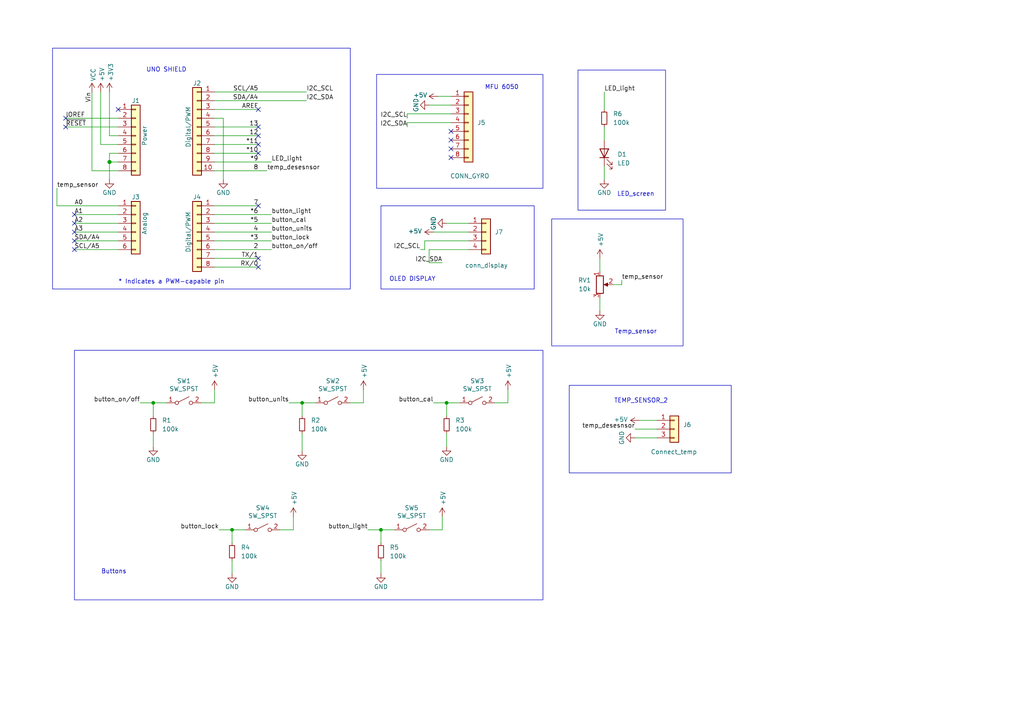
<source format=kicad_sch>
(kicad_sch (version 20231120) (generator "eeschema") (generator_version "8.0")
  (paper "A4")
  (title_block (title "UNO_SHield_THERMOPRO") (date "2025-01-27") (rev "1.0") (company "Daniel Quiroa"))
  (lib_symbols
    (symbol "Connector_Generic:Conn_01x03" (pin_names (offset 1.016) hide)
      (property "Reference" "J" (at 0 5.08 0))
      (property "Value" "Conn_01x03" (at 0 -5.08 0))
      (symbol "Conn_01x03_1_1"
        (rectangle (start -1.27 -2.413) (end 0 -2.667) (stroke (width 0.1524)))
        (rectangle (start -1.27 0.127) (end 0 -0.127) (stroke (width 0.1524)))
        (rectangle (start -1.27 2.667) (end 0 2.413) (stroke (width 0.1524)))
        (rectangle (start -1.27 3.81) (end 1.27 -3.81) (stroke (width 0.254)) (fill (type background)))
        (pin passive line (at -5.08 2.54 0) (length 3.81) (name "Pin_1") (number "1"))
        (pin passive line (at -5.08 0 0) (length 3.81) (name "Pin_2") (number "2"))
        (pin passive line (at -5.08 -2.54 0) (length 3.81) (name "Pin_3") (number "3"))
      )
    )
    (symbol "Connector_Generic:Conn_01x04" (pin_names (offset 1.016) hide)
      (property "Reference" "J" (at 0 5.08 0))
      (property "Value" "Conn_01x04" (at 0 -7.62 0))
      (symbol "Conn_01x04_1_1"
        (rectangle (start -1.27 -4.953) (end 0 -5.207) (stroke (width 0.1524)))
        (rectangle (start -1.27 -2.413) (end 0 -2.667) (stroke (width 0.1524)))
        (rectangle (start -1.27 0.127) (end 0 -0.127) (stroke (width 0.1524)))
        (rectangle (start -1.27 2.667) (end 0 2.413) (stroke (width 0.1524)))
        (rectangle (start -1.27 3.81) (end 1.27 -6.35) (stroke (width 0.254)) (fill (type background)))
        (pin passive line (at -5.08 2.54 0) (length 3.81) (name "Pin_1") (number "1"))
        (pin passive line (at -5.08 0 0) (length 3.81) (name "Pin_2") (number "2"))
        (pin passive line (at -5.08 -2.54 0) (length 3.81) (name "Pin_3") (number "3"))
        (pin passive line (at -5.08 -5.08 0) (length 3.81) (name "Pin_4") (number "4"))
      )
    )
    (symbol "Connector_Generic:Conn_01x06" (pin_names (offset 1.016) hide)
      (property "Reference" "J" (at 0 7.62 0))
      (property "Value" "Conn_01x06" (at 0 -10.16 0))
      (symbol "Conn_01x06_1_1"
        (rectangle (start -1.27 -7.493) (end 0 -7.747) (stroke (width 0.1524)))
        (rectangle (start -1.27 -4.953) (end 0 -5.207) (stroke (width 0.1524)))
        (rectangle (start -1.27 -2.413) (end 0 -2.667) (stroke (width 0.1524)))
        (rectangle (start -1.27 0.127) (end 0 -0.127) (stroke (width 0.1524)))
        (rectangle (start -1.27 2.667) (end 0 2.413) (stroke (width 0.1524)))
        (rectangle (start -1.27 5.207) (end 0 4.953) (stroke (width 0.1524)))
        (rectangle (start -1.27 6.35) (end 1.27 -8.89) (stroke (width 0.254)) (fill (type background)))
        (pin passive line (at -5.08 5.08 0) (length 3.81) (name "Pin_1") (number "1"))
        (pin passive line (at -5.08 2.54 0) (length 3.81) (name "Pin_2") (number "2"))
        (pin passive line (at -5.08 0 0) (length 3.81) (name "Pin_3") (number "3"))
        (pin passive line (at -5.08 -2.54 0) (length 3.81) (name "Pin_4") (number "4"))
        (pin passive line (at -5.08 -5.08 0) (length 3.81) (name "Pin_5") (number "5"))
        (pin passive line (at -5.08 -7.62 0) (length 3.81) (name "Pin_6") (number "6"))
      )
    )
    (symbol "Connector_Generic:Conn_01x08" (pin_names (offset 1.016) hide)
      (property "Reference" "J" (at 0 10.16 0))
      (property "Value" "Conn_01x08" (at 0 -12.7 0))
      (symbol "Conn_01x08_1_1"
        (rectangle (start -1.27 -10.033) (end 0 -10.287) (stroke (width 0.1524)))
        (rectangle (start -1.27 -7.493) (end 0 -7.747) (stroke (width 0.1524)))
        (rectangle (start -1.27 -4.953) (end 0 -5.207) (stroke (width 0.1524)))
        (rectangle (start -1.27 -2.413) (end 0 -2.667) (stroke (width 0.1524)))
        (rectangle (start -1.27 0.127) (end 0 -0.127) (stroke (width 0.1524)))
        (rectangle (start -1.27 2.667) (end 0 2.413) (stroke (width 0.1524)))
        (rectangle (start -1.27 5.207) (end 0 4.953) (stroke (width 0.1524)))
        (rectangle (start -1.27 7.747) (end 0 7.493) (stroke (width 0.1524)))
        (rectangle (start -1.27 8.89) (end 1.27 -11.43) (stroke (width 0.254)) (fill (type background)))
        (pin passive line (at -5.08 7.62 0) (length 3.81) (name "Pin_1") (number "1"))
        (pin passive line (at -5.08 5.08 0) (length 3.81) (name "Pin_2") (number "2"))
        (pin passive line (at -5.08 2.54 0) (length 3.81) (name "Pin_3") (number "3"))
        (pin passive line (at -5.08 0 0) (length 3.81) (name "Pin_4") (number "4"))
        (pin passive line (at -5.08 -2.54 0) (length 3.81) (name "Pin_5") (number "5"))
        (pin passive line (at -5.08 -5.08 0) (length 3.81) (name "Pin_6") (number "6"))
        (pin passive line (at -5.08 -7.62 0) (length 3.81) (name "Pin_7") (number "7"))
        (pin passive line (at -5.08 -10.16 0) (length 3.81) (name "Pin_8") (number "8"))
      )
    )
    (symbol "Connector_Generic:Conn_01x10" (pin_names (offset 1.016) hide)
      (property "Reference" "J" (at 0 12.7 0))
      (property "Value" "Conn_01x10" (at 0 -15.24 0))
      (symbol "Conn_01x10_1_1"
        (rectangle (start -1.27 -12.573) (end 0 -12.827) (stroke (width 0.1524)))
        (rectangle (start -1.27 -10.033) (end 0 -10.287) (stroke (width 0.1524)))
        (rectangle (start -1.27 -7.493) (end 0 -7.747) (stroke (width 0.1524)))
        (rectangle (start -1.27 -4.953) (end 0 -5.207) (stroke (width 0.1524)))
        (rectangle (start -1.27 -2.413) (end 0 -2.667) (stroke (width 0.1524)))
        (rectangle (start -1.27 0.127) (end 0 -0.127) (stroke (width 0.1524)))
        (rectangle (start -1.27 2.667) (end 0 2.413) (stroke (width 0.1524)))
        (rectangle (start -1.27 5.207) (end 0 4.953) (stroke (width 0.1524)))
        (rectangle (start -1.27 7.747) (end 0 7.493) (stroke (width 0.1524)))
        (rectangle (start -1.27 10.287) (end 0 10.033) (stroke (width 0.1524)))
        (rectangle (start -1.27 11.43) (end 1.27 -13.97) (stroke (width 0.254)) (fill (type background)))
        (pin passive line (at -5.08 10.16 0) (length 3.81) (name "Pin_1") (number "1"))
        (pin passive line (at -5.08 -12.7 0) (length 3.81) (name "Pin_10") (number "10"))
        (pin passive line (at -5.08 7.62 0) (length 3.81) (name "Pin_2") (number "2"))
        (pin passive line (at -5.08 5.08 0) (length 3.81) (name "Pin_3") (number "3"))
        (pin passive line (at -5.08 2.54 0) (length 3.81) (name "Pin_4") (number "4"))
        (pin passive line (at -5.08 0 0) (length 3.81) (name "Pin_5") (number "5"))
        (pin passive line (at -5.08 -2.54 0) (length 3.81) (name "Pin_6") (number "6"))
        (pin passive line (at -5.08 -5.08 0) (length 3.81) (name "Pin_7") (number "7"))
        (pin passive line (at -5.08 -7.62 0) (length 3.81) (name "Pin_8") (number "8"))
        (pin passive line (at -5.08 -10.16 0) (length 3.81) (name "Pin_9") (number "9"))
      )
    )
    (symbol "Device:LED" (pin_numbers hide) (pin_names (offset 1.016) hide)
      (property "Reference" "D" (at 0 2.54 0))
      (property "Value" "LED" (at 0 -2.54 0))
      (symbol "LED_0_1"
        (polyline (pts (xy -1.27 -1.27) (xy -1.27 1.27)) (stroke (width 0.254)))
        (polyline (pts (xy -1.27 0) (xy 1.27 0)))
        (polyline (pts (xy 1.27 -1.27) (xy 1.27 1.27) (xy -1.27 0) (xy 1.27 -1.27)) (stroke (width 0.254)))
        (polyline (pts (xy -3.048 -0.762) (xy -4.572 -2.286) (xy -3.81 -2.286) (xy -4.572 -2.286) (xy -4.572 -1.524)))
        (polyline (pts (xy -1.778 -0.762) (xy -3.302 -2.286) (xy -2.54 -2.286) (xy -3.302 -2.286) (xy -3.302 -1.524)))
      )
      (symbol "LED_1_1"
        (pin passive line (at -3.81 0 0) (length 2.54) (name "K") (number "1"))
        (pin passive line (at 3.81 0 180) (length 2.54) (name "A") (number "2"))
      )
    )
    (symbol "Device:R_Potentiometer" (pin_names (offset 1.016) hide)
      (property "Reference" "RV" (at -4.445 0 90))
      (property "Value" "R_Potentiometer" (at -2.54 0 90))
      (symbol "R_Potentiometer_0_1"
        (polyline (pts (xy 2.54 0) (xy 1.524 0)))
        (polyline (pts (xy 1.143 0) (xy 2.286 0.508) (xy 2.286 -0.508) (xy 1.143 0)) (fill (type outline)))
        (rectangle (start 1.016 2.54) (end -1.016 -2.54) (stroke (width 0.254)))
      )
      (symbol "R_Potentiometer_1_1"
        (pin passive line (at 0 3.81 270) (length 1.27) (name "1") (number "1"))
        (pin passive line (at 3.81 0 180) (length 1.27) (name "2") (number "2"))
        (pin passive line (at 0 -3.81 90) (length 1.27) (name "3") (number "3"))
      )
    )
    (symbol "Device:R_Small" (pin_numbers hide) (pin_names (offset 0.254) hide)
      (property "Reference" "R" (at 0.762 0.508 0))
      (property "Value" "R_Small" (at 0.762 -1.016 0))
      (symbol "R_Small_0_1"
        (rectangle (start -0.762 1.778) (end 0.762 -1.778) (stroke (width 0.2032)))
      )
      (symbol "R_Small_1_1"
        (pin passive line (at 0 2.54 270) (length 0.762) (name "~") (number "1"))
        (pin passive line (at 0 -2.54 90) (length 0.762) (name "~") (number "2"))
      )
    )
    (symbol "Switch:SW_SPST" (pin_names (offset 0) hide)
      (property "Reference" "SW" (at 0 3.175 0))
      (property "Value" "SW_SPST" (at 0 -2.54 0))
      (symbol "SW_SPST_0_0"
        (circle (center -2.032 0) (radius 0.508))
        (polyline (pts (xy -1.524 0.254) (xy 1.524 1.778)))
        (circle (center 2.032 0) (radius 0.508))
      )
      (symbol "SW_SPST_1_1"
        (pin passive line (at -5.08 0 0) (length 2.54) (name "A") (number "1"))
        (pin passive line (at 5.08 0 180) (length 2.54) (name "B") (number "2"))
      )
    )
    (symbol "power:+3V3" (power) (pin_names (offset 0))
      (property "Value" "+3V3" (at 0 3.556 0))
      (symbol "+3V3_0_1"
        (polyline (pts (xy -0.762 1.27) (xy 0 2.54)))
        (polyline (pts (xy 0 0) (xy 0 2.54)))
        (polyline (pts (xy 0 2.54) (xy 0.762 1.27)))
      )
      (symbol "+3V3_1_1"
        (pin power_in line (at 0 0 90) (length 0) hide (name "+3V3") (number "1"))
      )
    )
    (symbol "power:+5V" (power) (pin_names (offset 0))
      (property "Value" "+5V" (at 0 3.556 0))
      (symbol "+5V_0_1"
        (polyline (pts (xy -0.762 1.27) (xy 0 2.54)))
        (polyline (pts (xy 0 0) (xy 0 2.54)))
        (polyline (pts (xy 0 2.54) (xy 0.762 1.27)))
      )
      (symbol "+5V_1_1"
        (pin power_in line (at 0 0 90) (length 0) hide (name "+5V") (number "1"))
      )
    )
    (symbol "power:GND" (power) (pin_names (offset 0))
      (property "Value" "GND" (at 0 -3.81 0))
      (symbol "GND_0_1"
        (polyline (pts (xy 0 0) (xy 0 -1.27) (xy 1.27 -1.27) (xy 0 -2.54) (xy -1.27 -1.27) (xy 0 -1.27)))
      )
      (symbol "GND_1_1"
        (pin power_in line (at 0 0 270) (length 0) hide (name "GND") (number "1"))
      )
    )
    (symbol "power:VCC" (power) (pin_names (offset 0))
      (property "Value" "VCC" (at 0 3.81 0))
      (symbol "VCC_0_1"
        (polyline (pts (xy -0.762 1.27) (xy 0 2.54)))
        (polyline (pts (xy 0 0) (xy 0 2.54)))
        (polyline (pts (xy 0 2.54) (xy 0.762 1.27)))
      )
      (symbol "VCC_1_1"
        (pin power_in line (at 0 0 90) (length 0) hide (name "VCC") (number "1"))
      )
    )
  )
  (junction (at 110.49 153.67))
  (junction (at 31.75 46.99) (diameter 1.016))
  (junction (at 44.45 116.84))
  (junction (at 87.63 116.84))
  (junction (at 129.54 116.84))
  (junction (at 67.31 153.67))
  (no_connect (at 74.93 36.83))
  (no_connect (at 21.59 72.39))
  (no_connect (at 74.93 77.47))
  (no_connect (at 21.59 67.31))
  (no_connect (at 74.93 39.37))
  (no_connect (at 21.59 62.23))
  (no_connect (at 130.81 40.64))
  (no_connect (at 21.59 64.77))
  (no_connect (at 130.81 38.1))
  (no_connect (at 19.05 34.29))
  (no_connect (at 130.81 45.72))
  (no_connect (at 74.93 59.69))
  (no_connect (at 74.93 31.75))
  (no_connect (at 74.93 74.93))
  (no_connect (at 130.81 43.18))
  (no_connect (at 19.05 36.83))
  (no_connect (at 74.93 41.91))
  (no_connect (at 34.29 31.75))
  (no_connect (at 21.59 69.85))
  (no_connect (at 74.93 44.45))
  (wire (pts (xy 62.23 77.47) (xy 74.93 77.47)))
  (wire (pts (xy 133.35 116.84) (xy 129.54 116.84)))
  (wire (pts (xy 62.23 44.45) (xy 74.93 44.45)))
  (wire (pts (xy 184.15 124.46) (xy 190.5 124.46)))
  (wire (pts (xy 129.54 116.84) (xy 129.54 120.65)))
  (wire (pts (xy 62.23 26.67) (xy 88.9 26.67)))
  (wire (pts (xy 123.19 69.85) (xy 135.89 69.85)))
  (wire (pts (xy 175.26 26.67) (xy 175.26 31.75)))
  (wire (pts (xy 118.11 35.56) (xy 118.11 36.83)))
  (wire (pts (xy 31.75 44.45) (xy 31.75 46.99)))
  (wire (pts (xy 81.28 153.67) (xy 85.09 153.67)))
  (wire (pts (xy 21.59 72.39) (xy 34.29 72.39)))
  (wire (pts (xy 180.34 82.55) (xy 177.8 82.55)))
  (wire (pts (xy 31.75 46.99) (xy 31.75 52.07)))
  (wire (pts (xy 40.64 116.84) (xy 44.45 116.84)))
  (wire (pts (xy 31.75 39.37) (xy 34.29 39.37)))
  (wire (pts (xy 29.21 41.91) (xy 34.29 41.91)))
  (wire (pts (xy 29.21 26.67) (xy 29.21 41.91)))
  (wire (pts (xy 124.46 30.48) (xy 130.81 30.48)))
  (wire (pts (xy 184.15 127) (xy 190.5 127)))
  (wire (pts (xy 62.23 36.83) (xy 74.93 36.83)))
  (wire (pts (xy 31.75 26.67) (xy 31.75 39.37)))
  (wire (pts (xy 62.23 59.69) (xy 74.93 59.69)))
  (wire (pts (xy 16.51 59.69) (xy 34.29 59.69)))
  (wire (pts (xy 62.23 39.37) (xy 74.93 39.37)))
  (wire (pts (xy 71.12 153.67) (xy 67.31 153.67)))
  (wire (pts (xy 44.45 116.84) (xy 44.45 120.65)))
  (wire (pts (xy 62.23 49.53) (xy 77.47 49.53)))
  (wire (pts (xy 62.23 62.23) (xy 78.74 62.23)))
  (wire (pts (xy 85.09 153.67) (xy 85.09 149.86)))
  (wire (pts (xy 130.81 35.56) (xy 118.11 35.56)))
  (wire (pts (xy 185.42 121.92) (xy 190.5 121.92)))
  (wire (pts (xy 106.68 153.67) (xy 110.49 153.67)))
  (wire (pts (xy 173.99 74.93) (xy 173.99 78.74)))
  (wire (pts (xy 62.23 46.99) (xy 78.74 46.99)))
  (wire (pts (xy 58.42 116.84) (xy 62.23 116.84)))
  (wire (pts (xy 143.51 116.84) (xy 147.32 116.84)))
  (wire (pts (xy 62.23 67.31) (xy 78.74 67.31)))
  (wire (pts (xy 118.11 33.02) (xy 118.11 34.29)))
  (wire (pts (xy 19.05 34.29) (xy 34.29 34.29)))
  (wire (pts (xy 123.19 72.39) (xy 123.19 69.85)))
  (wire (pts (xy 180.34 81.28) (xy 180.34 82.55)))
  (wire (pts (xy 83.82 116.84) (xy 87.63 116.84)))
  (wire (pts (xy 48.26 116.84) (xy 44.45 116.84)))
  (wire (pts (xy 91.44 116.84) (xy 87.63 116.84)))
  (wire (pts (xy 128.27 76.2) (xy 124.46 76.2)))
  (wire (pts (xy 64.77 34.29) (xy 64.77 52.07)))
  (wire (pts (xy 125.73 116.84) (xy 129.54 116.84)))
  (wire (pts (xy 62.23 31.75) (xy 74.93 31.75)))
  (wire (pts (xy 44.45 125.73) (xy 44.45 129.54)))
  (wire (pts (xy 129.54 125.73) (xy 129.54 129.54)))
  (wire (pts (xy 175.26 48.26) (xy 175.26 52.07)))
  (wire (pts (xy 34.29 64.77) (xy 21.59 64.77)))
  (wire (pts (xy 19.05 36.83) (xy 34.29 36.83)))
  (wire (pts (xy 125.73 67.31) (xy 135.89 67.31)))
  (wire (pts (xy 147.32 116.84) (xy 147.32 113.03)))
  (wire (pts (xy 34.29 46.99) (xy 31.75 46.99)))
  (wire (pts (xy 67.31 162.56) (xy 67.31 166.37)))
  (wire (pts (xy 63.5 153.67) (xy 67.31 153.67)))
  (wire (pts (xy 110.49 162.56) (xy 110.49 166.37)))
  (wire (pts (xy 124.46 72.39) (xy 135.89 72.39)))
  (wire (pts (xy 87.63 116.84) (xy 87.63 120.65)))
  (wire (pts (xy 34.29 49.53) (xy 26.67 49.53)))
  (wire (pts (xy 21.59 62.23) (xy 34.29 62.23)))
  (wire (pts (xy 124.46 76.2) (xy 124.46 72.39)))
  (wire (pts (xy 124.46 153.67) (xy 128.27 153.67)))
  (wire (pts (xy 62.23 34.29) (xy 64.77 34.29)))
  (wire (pts (xy 173.99 86.36) (xy 173.99 90.17)))
  (wire (pts (xy 127 27.94) (xy 130.81 27.94)))
  (wire (pts (xy 34.29 44.45) (xy 31.75 44.45)))
  (wire (pts (xy 101.6 116.84) (xy 105.41 116.84)))
  (wire (pts (xy 62.23 41.91) (xy 74.93 41.91)))
  (wire (pts (xy 67.31 153.67) (xy 67.31 157.48)))
  (wire (pts (xy 130.81 33.02) (xy 118.11 33.02)))
  (wire (pts (xy 62.23 64.77) (xy 78.74 64.77)))
  (wire (pts (xy 21.59 67.31) (xy 34.29 67.31)))
  (wire (pts (xy 16.51 54.61) (xy 16.51 59.69)))
  (wire (pts (xy 129.54 64.77) (xy 135.89 64.77)))
  (wire (pts (xy 110.49 153.67) (xy 110.49 157.48)))
  (wire (pts (xy 175.26 36.83) (xy 175.26 40.64)))
  (wire (pts (xy 62.23 116.84) (xy 62.23 113.03)))
  (wire (pts (xy 114.3 153.67) (xy 110.49 153.67)))
  (wire (pts (xy 62.23 29.21) (xy 88.9 29.21)))
  (wire (pts (xy 128.27 153.67) (xy 128.27 149.86)))
  (wire (pts (xy 62.23 72.39) (xy 78.74 72.39)))
  (wire (pts (xy 62.23 69.85) (xy 78.74 69.85)))
  (wire (pts (xy 121.92 72.39) (xy 123.19 72.39)))
  (wire (pts (xy 87.63 125.73) (xy 87.63 130.81)))
  (wire (pts (xy 62.23 74.93) (xy 74.93 74.93)))
  (wire (pts (xy 26.67 49.53) (xy 26.67 26.67)))
  (wire (pts (xy 105.41 116.84) (xy 105.41 113.03)))
  (wire (pts (xy 34.29 69.85) (xy 21.59 69.85)))
  (rectangle (start 15.24 13.97) (end 101.6 83.82))
  (rectangle (start 167.64 20.32) (end 193.04 60.96))
  (rectangle (start 110.49 59.69) (end 154.94 83.82))
  (rectangle (start 109.22 21.59) (end 157.48 54.61))
  (rectangle (start 165.1 111.76) (end 212.09 137.16))
  (rectangle (start 160.02 63.5) (end 198.12 100.33))
  (rectangle (start 21.59 101.6) (end 157.48 173.99))
  (text "LED_screen" (at 184.404 56.388 0) (effects (font (size 1.27 1.27))))
  (text "UNO SHIELD" (at 48.26 20.32 0) (effects (font (size 1.27 1.27))))
  (text "OLED DISPLAY" (at 119.634 81.026 0) (effects (font (size 1.27 1.27))))
  (text "Temp_sensor" (at 184.404 96.266 0) (effects (font (size 1.27 1.27))))
  (text "TEMP_SENSOR_2" (at 185.928 116.332 0) (effects (font (size 1.27 1.27))))
  (text "* Indicates a PWM-capable pin" (at 34.29 82.55 0) (effects (font (size 1.27 1.27)) (justify left bottom)))
  (text "MFU 6050" (at 145.542 25.4 0) (effects (font (size 1.27 1.27))))
  (text "Buttons" (at 33.02 165.862 0) (effects (font (size 1.27 1.27))))
  (label "RX{slash}0" (at 74.93 77.47 180))
  (label "A2" (at 21.59 64.77 0))
  (label "4" (at 74.93 67.31 180))
  (label "button_lock" (at 78.74 69.85 0))
  (label "temp_desesnsor" (at 184.15 124.46 180))
  (label "temp_sensor" (at 180.34 81.28 0))
  (label "LED_light" (at 175.26 26.67 0))
  (label "2" (at 74.93 72.39 180))
  (label "A3" (at 21.59 67.31 0))
  (label "13" (at 74.93 36.83 180))
  (label "button_cal" (at 78.74 64.77 0))
  (label "12" (at 74.93 39.37 180))
  (label "button_light" (at 106.68 153.67 180))
  (label "~{RESET}" (at 19.05 36.83 0))
  (label "I2C_SDA" (at 128.27 76.2 180))
  (label "*10" (at 74.93 44.45 180))
  (label "button_on{slash}off" (at 78.74 72.39 0))
  (label "I2C_SCL" (at 121.92 72.39 180))
  (label "button_units" (at 78.74 67.31 0))
  (label "LED_light" (at 78.74 46.99 0))
  (label "7" (at 74.93 59.69 180))
  (label "SDA{slash}A4" (at 74.93 29.21 180))
  (label "8" (at 74.93 49.53 180))
  (label "button_cal" (at 125.73 116.84 180))
  (label "I2C_SCL" (at 88.9 26.67 0))
  (label "*11" (at 74.93 41.91 180))
  (label "*3" (at 74.93 69.85 180))
  (label "I2C_SCL" (at 118.11 34.29 180))
  (label "temp_sensor" (at 16.51 54.61 0))
  (label "A1" (at 21.59 62.23 0))
  (label "TX{slash}1" (at 74.93 74.93 180))
  (label "button_lock" (at 63.5 153.67 180))
  (label "A0" (at 21.59 59.69 0))
  (label "AREF" (at 74.93 31.75 180))
  (label "Vin" (at 26.67 26.67 270))
  (label "button_light" (at 78.74 62.23 0))
  (label "*6" (at 74.93 62.23 180))
  (label "SCL{slash}A5" (at 74.93 26.67 180))
  (label "*9" (at 74.93 46.99 180))
  (label "button_units" (at 83.82 116.84 180))
  (label "*5" (at 74.93 64.77 180))
  (label "IOREF" (at 19.05 34.29 0))
  (label "button_on{slash}off" (at 40.64 116.84 180))
  (label "temp_desesnsor" (at 77.47 49.53 0))
  (label "SDA{slash}A4" (at 21.59 69.85 0))
  (label "I2C_SDA" (at 88.9 29.21 0))
  (label "SCL{slash}A5" (at 21.59 72.39 0))
  (label "I2C_SDA" (at 118.11 36.83 180))
  (symbol (lib_id "Connector_Generic:Conn_01x08") (at 39.37 39.37 0) (unit 1)
    (property "Reference" "J1" (at 39.37 29.21 0))
    (property "Value" "Power" (at 41.91 39.37 90))
    (property "Footprint" "Connector_PinSocket_2.54mm:PinSocket_1x08_P2.54mm_Vertical" (effects (hide yes)))
  )
  (symbol (lib_id "power:+3V3") (at 31.75 26.67 0) (unit 1)
    (property "Reference" "#PWR03" (effects (hide yes)))
    (property "Value" "+3V3" (at 32.131 23.622 90) (effects (justify left)))
  )
  (symbol (lib_id "power:+5V") (at 29.21 26.67 0) (unit 1)
    (property "Reference" "#PWR02" (effects (hide yes)))
    (property "Value" "+5V" (at 29.5656 23.622 90) (effects (justify left)))
  )
  (symbol (lib_id "power:GND") (at 31.75 52.07 0) (unit 1)
    (property "Reference" "#PWR04" (effects (hide yes)))
    (property "Value" "GND" (at 31.75 55.88 0))
  )
  (symbol (lib_id "Connector_Generic:Conn_01x10") (at 57.15 36.83 0) (mirror y) (unit 1)
    (property "Reference" "J2" (at 57.15 24.13 0))
    (property "Value" "Digital/PWM" (at 54.61 36.83 90))
    (property "Footprint" "Connector_PinSocket_2.54mm:PinSocket_1x10_P2.54mm_Vertical" (effects (hide yes)))
  )
  (symbol (lib_id "power:GND") (at 64.77 52.07 0) (unit 1)
    (property "Reference" "#PWR05" (effects (hide yes)))
    (property "Value" "GND" (at 64.77 55.88 0))
  )
  (symbol (lib_id "Connector_Generic:Conn_01x06") (at 39.37 64.77 0) (unit 1)
    (property "Reference" "J3" (at 39.37 57.15 0))
    (property "Value" "Analog" (at 41.91 64.77 90))
    (property "Footprint" "Connector_PinSocket_2.54mm:PinSocket_1x06_P2.54mm_Vertical" (effects (hide yes)))
  )
  (symbol (lib_id "Connector_Generic:Conn_01x08") (at 57.15 67.31 0) (mirror y) (unit 1)
    (property "Reference" "J4" (at 57.15 57.15 0))
    (property "Value" "Digital/PWM" (at 54.61 67.31 90))
    (property "Footprint" "Connector_PinSocket_2.54mm:PinSocket_1x08_P2.54mm_Vertical" (effects (hide yes)))
  )
  (symbol (lib_id "Device:R_Small") (at 175.26 34.29 0) (unit 1)
    (property "Reference" "R6" (at 177.8 33.0199 0) (effects (justify left)))
    (property "Value" "100k" (at 177.8 35.5599 0) (effects (justify left)))
    (property "Footprint" "Resistor_THT:R_Axial_DIN0207_L6.3mm_D2.5mm_P10.16mm_Horizontal" (effects (hide yes)))
    (property "Description" "Resistor, small symbol" (effects (hide yes)))
  )
  (symbol (lib_id "Device:R_Small") (at 129.54 123.19 0) (unit 1)
    (property "Reference" "R3" (at 132.08 121.9199 0) (effects (justify left)))
    (property "Value" "100k" (at 132.08 124.4599 0) (effects (justify left)))
    (property "Footprint" "Resistor_THT:R_Axial_DIN0207_L6.3mm_D2.5mm_P10.16mm_Horizontal" (effects (hide yes)))
    (property "Description" "Resistor, small symbol" (effects (hide yes)))
  )
  (symbol (lib_id "power:GND") (at 173.99 90.17 0) (unit 1)
    (property "Reference" "#PWR022" (effects (hide yes)))
    (property "Value" "GND" (at 173.99 93.98 0))
  )
  (symbol (lib_id "power:GND") (at 44.45 129.54 0) (unit 1)
    (property "Reference" "#PWR010" (effects (hide yes)))
    (property "Value" "GND" (at 44.45 133.35 0))
  )
  (symbol (lib_id "power:+5V") (at 105.41 113.03 0) (unit 1)
    (property "Reference" "#PWR013" (effects (hide yes)))
    (property "Value" "+5V" (at 105.664 109.728 90) (effects (justify left)))
  )
  (symbol (lib_id "power:+5V") (at 62.23 113.03 0) (unit 1)
    (property "Reference" "#PWR011" (effects (hide yes)))
    (property "Value" "+5V" (at 62.484 109.728 90) (effects (justify left)))
  )
  (symbol (lib_id "power:+5V") (at 147.32 113.03 0) (unit 1)
    (property "Reference" "#PWR015" (effects (hide yes)))
    (property "Value" "+5V" (at 147.574 109.728 90) (effects (justify left)))
  )
  (symbol (lib_id "power:+5V") (at 127 27.94 90) (unit 1)
    (property "Reference" "#PWR07" (effects (hide yes)))
    (property "Value" "+5V" (at 123.952 27.5844 90) (effects (justify left)))
  )
  (symbol (lib_id "power:GND") (at 184.15 127 270) (unit 1)
    (property "Reference" "#PWR024" (effects (hide yes)))
    (property "Value" "GND" (at 180.34 127 0))
  )
  (symbol (lib_id "power:+5V") (at 185.42 121.92 90) (unit 1)
    (property "Reference" "#PWR023" (effects (hide yes)))
    (property "Value" "+5V" (at 182.118 121.666 90) (effects (justify left)))
  )
  (symbol (lib_id "power:GND") (at 129.54 64.77 270) (unit 1)
    (property "Reference" "#PWR08" (effects (hide yes)))
    (property "Value" "GND" (at 125.73 64.77 0))
  )
  (symbol (lib_id "Device:R_Small") (at 87.63 123.19 0) (unit 1)
    (property "Reference" "R2" (at 90.17 121.9199 0) (effects (justify left)))
    (property "Value" "100k" (at 90.17 124.4599 0) (effects (justify left)))
    (property "Footprint" "Resistor_THT:R_Axial_DIN0207_L6.3mm_D2.5mm_P10.16mm_Horizontal" (effects (hide yes)))
    (property "Description" "Resistor, small symbol" (effects (hide yes)))
  )
  (symbol (lib_id "power:VCC") (at 26.67 26.67 0) (unit 1)
    (property "Reference" "#PWR01" (effects (hide yes)))
    (property "Value" "VCC" (at 27.051 23.622 90) (effects (justify left)))
  )
  (symbol (lib_id "Switch:SW_SPST") (at 138.43 116.84 0) (unit 1)
    (property "Reference" "SW3" (at 138.43 110.49 0))
    (property "Value" "SW_SPST" (at 138.43 112.776 0))
    (property "Footprint" "Button_Switch_THT:SW_PUSH_6mm" (effects (hide yes)))
    (property "Description" "Single Pole Single Throw (SPST) switch" (effects (hide yes)))
  )
  (symbol (lib_id "Connector_Generic:Conn_01x04") (at 140.97 67.31 0) (unit 1)
    (property "Reference" "J7" (at 143.51 67.3099 0) (effects (justify left)))
    (property "Value" "conn_display" (at 134.874 76.962 0) (effects (justify left)))
    (property "Footprint" "Connector_PinSocket_2.54mm:PinSocket_1x04_P2.54mm_Vertical" (effects (hide yes)))
    (property "Description" "Generic connector, single row, 01x04, script generated (kicad-library-utils/schlib/autogen/connector/)" (effects (hide yes)))
  )
  (symbol (lib_id "Device:R_Small") (at 110.49 160.02 0) (unit 1)
    (property "Reference" "R5" (at 113.03 158.7499 0) (effects (justify left)))
    (property "Value" "100k" (at 113.03 161.2899 0) (effects (justify left)))
    (property "Footprint" "Resistor_THT:R_Axial_DIN0207_L6.3mm_D2.5mm_P10.16mm_Horizontal" (effects (hide yes)))
    (property "Description" "Resistor, small symbol" (effects (hide yes)))
  )
  (symbol (lib_id "power:GND") (at 124.46 30.48 270) (unit 1)
    (property "Reference" "#PWR06" (effects (hide yes)))
    (property "Value" "GND" (at 120.65 30.48 0))
  )
  (symbol (lib_id "Switch:SW_SPST") (at 96.52 116.84 0) (unit 1)
    (property "Reference" "SW2" (at 96.52 110.49 0))
    (property "Value" "SW_SPST" (at 96.52 112.776 0))
    (property "Footprint" "Button_Switch_THT:SW_PUSH_6mm" (effects (hide yes)))
    (property "Description" "Single Pole Single Throw (SPST) switch" (effects (hide yes)))
  )
  (symbol (lib_id "Device:R_Small") (at 67.31 160.02 0) (unit 1)
    (property "Reference" "R4" (at 69.85 158.7499 0) (effects (justify left)))
    (property "Value" "100k" (at 69.85 161.2899 0) (effects (justify left)))
    (property "Footprint" "Resistor_THT:R_Axial_DIN0207_L6.3mm_D2.5mm_P10.16mm_Horizontal" (effects (hide yes)))
    (property "Description" "Resistor, small symbol" (effects (hide yes)))
  )
  (symbol (lib_id "Device:LED") (at 175.26 44.45 90) (unit 1)
    (property "Reference" "D1" (at 179.07 44.7674 90) (effects (justify right)))
    (property "Value" "LED" (at 179.07 47.3074 90) (effects (justify right)))
    (property "Footprint" "LED_THT:LED_D5.0mm" (effects (hide yes)))
    (property "Description" "Light emitting diode" (effects (hide yes)))
  )
  (symbol (lib_id "power:+5V") (at 128.27 149.86 0) (unit 1)
    (property "Reference" "#PWR019" (effects (hide yes)))
    (property "Value" "+5V" (at 128.524 146.558 90) (effects (justify left)))
  )
  (symbol (lib_id "power:GND") (at 67.31 166.37 0) (unit 1)
    (property "Reference" "#PWR016" (effects (hide yes)))
    (property "Value" "GND" (at 67.31 170.18 0))
  )
  (symbol (lib_id "power:+5V") (at 125.73 67.31 90) (unit 1)
    (property "Reference" "#PWR09" (effects (hide yes)))
    (property "Value" "+5V" (at 122.428 67.056 90) (effects (justify left)))
  )
  (symbol (lib_id "Device:R_Small") (at 44.45 123.19 0) (unit 1)
    (property "Reference" "R1" (at 46.99 121.9199 0) (effects (justify left)))
    (property "Value" "100k" (at 46.99 124.4599 0) (effects (justify left)))
    (property "Footprint" "Resistor_THT:R_Axial_DIN0207_L6.3mm_D2.5mm_P10.16mm_Horizontal" (effects (hide yes)))
    (property "Description" "Resistor, small symbol" (effects (hide yes)))
  )
  (symbol (lib_id "Switch:SW_SPST") (at 76.2 153.67 0) (unit 1)
    (property "Reference" "SW4" (at 76.2 147.32 0))
    (property "Value" "SW_SPST" (at 76.2 149.606 0))
    (property "Footprint" "Button_Switch_THT:SW_PUSH_6mm" (effects (hide yes)))
    (property "Description" "Single Pole Single Throw (SPST) switch" (effects (hide yes)))
  )
  (symbol (lib_id "Switch:SW_SPST") (at 119.38 153.67 0) (unit 1)
    (property "Reference" "SW5" (at 119.38 147.32 0))
    (property "Value" "SW_SPST" (at 119.38 149.606 0))
    (property "Footprint" "Button_Switch_THT:SW_PUSH_6mm" (effects (hide yes)))
    (property "Description" "Single Pole Single Throw (SPST) switch" (effects (hide yes)))
  )
  (symbol (lib_id "power:+5V") (at 85.09 149.86 0) (unit 1)
    (property "Reference" "#PWR017" (effects (hide yes)))
    (property "Value" "+5V" (at 85.344 146.558 90) (effects (justify left)))
  )
  (symbol (lib_id "Connector_Generic:Conn_01x08") (at 135.89 35.56 0) (unit 1)
    (property "Reference" "J5" (at 138.43 35.5599 0) (effects (justify left)))
    (property "Value" "CONN_GYRO" (at 130.556 51.054 0) (effects (justify left)))
    (property "Footprint" "Connector_PinSocket_2.54mm:PinSocket_1x08_P2.54mm_Vertical" (effects (hide yes)))
    (property "Description" "Generic connector, single row, 01x08, script generated (kicad-library-utils/schlib/autogen/connector/)" (effects (hide yes)))
  )
  (symbol (lib_id "power:GND") (at 110.49 166.37 0) (unit 1)
    (property "Reference" "#PWR018" (effects (hide yes)))
    (property "Value" "GND" (at 110.49 170.18 0))
  )
  (symbol (lib_id "Device:R_Potentiometer") (at 173.99 82.55 0) (unit 1)
    (property "Reference" "RV1" (at 171.45 81.2799 0) (effects (justify right)))
    (property "Value" "10k" (at 171.45 83.8199 0) (effects (justify right)))
    (property "Footprint" "Potentiometer_THT:Potentiometer_Bourns_3386P_Vertical" (effects (hide yes)))
    (property "Description" "Potentiometer" (effects (hide yes)))
  )
  (symbol (lib_id "Connector_Generic:Conn_01x03") (at 195.58 124.46 0) (unit 1)
    (property "Reference" "J6" (at 198.12 123.1899 0) (effects (justify left)))
    (property "Value" "Connect_temp" (at 188.722 131.064 0) (effects (justify left)))
    (property "Footprint" "Connector_JST:JST_XH_B3B-XH-AM_1x03_P2.50mm_Vertical" (effects (hide yes)))
    (property "Description" "Generic connector, single row, 01x03, script generated (kicad-library-utils/schlib/autogen/connector/)" (effects (hide yes)))
  )
  (symbol (lib_id "Switch:SW_SPST") (at 53.34 116.84 0) (unit 1)
    (property "Reference" "SW1" (at 53.34 110.49 0))
    (property "Value" "SW_SPST" (at 53.34 112.776 0))
    (property "Footprint" "Button_Switch_THT:SW_PUSH_6mm" (effects (hide yes)))
    (property "Description" "Single Pole Single Throw (SPST) switch" (effects (hide yes)))
  )
  (symbol (lib_id "power:+5V") (at 173.99 74.93 0) (unit 1)
    (property "Reference" "#PWR021" (effects (hide yes)))
    (property "Value" "+5V" (at 174.244 71.628 90) (effects (justify left)))
  )
  (symbol (lib_id "power:GND") (at 87.63 130.81 0) (unit 1)
    (property "Reference" "#PWR012" (effects (hide yes)))
    (property "Value" "GND" (at 87.63 134.62 0))
  )
  (symbol (lib_id "power:GND") (at 175.26 52.07 0) (unit 1)
    (property "Reference" "#PWR020" (effects (hide yes)))
    (property "Value" "GND" (at 175.26 55.88 0))
  )
  (symbol (lib_id "power:GND") (at 129.54 129.54 0) (unit 1)
    (property "Reference" "#PWR014" (effects (hide yes)))
    (property "Value" "GND" (at 129.54 133.35 0))
  )
)
</source>
